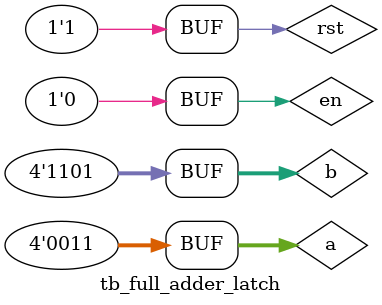
<source format=v>
module tb_full_adder_latch ();
reg  [3:0] a  ;
reg  [3:0] b  ;
reg        en ;
reg        rst;
wire [3:0] c  ;

// instantiation of DUT
full_adder_latch u_full_adder_latch (.a  (a  ), 
                                     .b  (b  ),
                                     .en (en ),
                                     .rst(rst),
                                     .c  (c  ));

// bus functional model
initial begin
  rst=0; en=0; a=4'h0; b=4'h0;
  #10; rst=1;
  #10; en=1; a=4'h0; b=4'ha; 
  #10; en=1; a=4'h1; b=4'hb; 
  #10; en=1; a=4'h2; b=4'hc; 
  #10; en=1; a=4'h3; b=4'hd; 

  #10; en=0; a=4'h0; b=4'ha; 
  #10; en=0; a=4'h1; b=4'hb; 
  #10; en=0; a=4'h2; b=4'hc; 
  #10; en=0; a=4'h3; b=4'hd; 
end
endmodule

</source>
